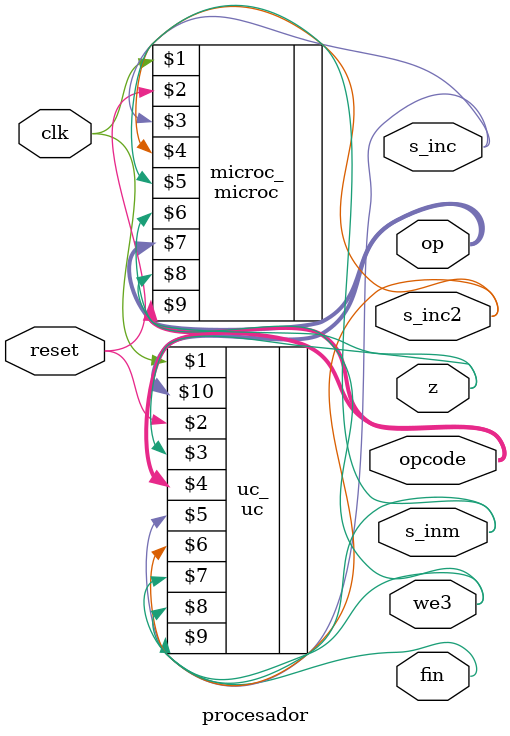
<source format=v>

`include "uc.v"
`include "microc.v"

module procesador(input wire clk, reset,output wire z, s_inc, s_inc2, s_inm, we3,fin,output wire [2:0] op,output wire [5:0] opcode);

   uc uc_ (clk, reset, z,opcode, s_inc, s_inc2, s_inm, we3,fin , op);
   microc microc_(clk, reset, s_inc, s_inc2, s_inm, we3, op, z, opcode);

endmodule

</source>
